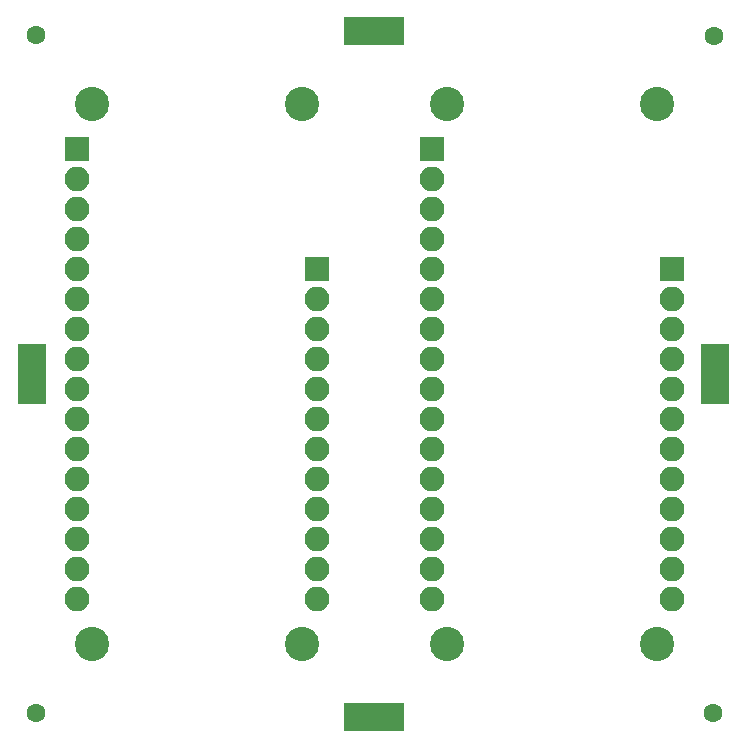
<source format=gbr>
G04 #@! TF.GenerationSoftware,KiCad,Pcbnew,(5.0.0-rc2-dev-111-gc69db6c)*
G04 #@! TF.CreationDate,2018-03-20T00:35:28-07:00*
G04 #@! TF.ProjectId,Feather_Trellis,466561746865725F5472656C6C69732E,rev?*
G04 #@! TF.SameCoordinates,Original*
G04 #@! TF.FileFunction,Soldermask,Top*
G04 #@! TF.FilePolarity,Negative*
%FSLAX46Y46*%
G04 Gerber Fmt 4.6, Leading zero omitted, Abs format (unit mm)*
G04 Created by KiCad (PCBNEW (5.0.0-rc2-dev-111-gc69db6c)) date Tuesday, March 20, 2018 at 12:35:28 AM*
%MOMM*%
%LPD*%
G01*
G04 APERTURE LIST*
%ADD10C,1.600000*%
%ADD11R,2.400000X5.100000*%
%ADD12R,5.100000X2.400000*%
%ADD13C,2.900000*%
%ADD14R,2.100000X2.100000*%
%ADD15O,2.100000X2.100000*%
G04 APERTURE END LIST*
D10*
X148700000Y-88700000D03*
X148760000Y-31310000D03*
X91300000Y-88700000D03*
X91300000Y-31300000D03*
D11*
X148840000Y-59950000D03*
D12*
X120000000Y-89000000D03*
D11*
X91000000Y-60000000D03*
D12*
X120000000Y-30950000D03*
D13*
X126110000Y-82860000D03*
X143890000Y-82860000D03*
X96110000Y-37140000D03*
X113890000Y-82860000D03*
X143890000Y-37140000D03*
X113890000Y-37140000D03*
X126110000Y-37140000D03*
X96110000Y-82860000D03*
D14*
X145160000Y-51110000D03*
D15*
X145160000Y-53650000D03*
X145160000Y-56190000D03*
X145160000Y-58730000D03*
X145160000Y-61270000D03*
X145160000Y-63810000D03*
X145160000Y-66350000D03*
X145160000Y-68890000D03*
X145160000Y-71430000D03*
X145160000Y-73970000D03*
X145160000Y-76510000D03*
X145160000Y-79050000D03*
X115160000Y-79050000D03*
X115160000Y-76510000D03*
X115160000Y-73970000D03*
X115160000Y-71430000D03*
X115160000Y-68890000D03*
X115160000Y-66350000D03*
X115160000Y-63810000D03*
X115160000Y-61270000D03*
X115160000Y-58730000D03*
X115160000Y-56190000D03*
X115160000Y-53650000D03*
D14*
X115160000Y-51110000D03*
X124840000Y-40950000D03*
D15*
X124840000Y-43490000D03*
X124840000Y-46030000D03*
X124840000Y-48570000D03*
X124840000Y-51110000D03*
X124840000Y-53650000D03*
X124840000Y-56190000D03*
X124840000Y-58730000D03*
X124840000Y-61270000D03*
X124840000Y-63810000D03*
X124840000Y-66350000D03*
X124840000Y-68890000D03*
X124840000Y-71430000D03*
X124840000Y-73970000D03*
X124840000Y-76510000D03*
X124840000Y-79050000D03*
X94840000Y-79050000D03*
X94840000Y-76510000D03*
X94840000Y-73970000D03*
X94840000Y-71430000D03*
X94840000Y-68890000D03*
X94840000Y-66350000D03*
X94840000Y-63810000D03*
X94840000Y-61270000D03*
X94840000Y-58730000D03*
X94840000Y-56190000D03*
X94840000Y-53650000D03*
X94840000Y-51110000D03*
X94840000Y-48570000D03*
X94840000Y-46030000D03*
X94840000Y-43490000D03*
D14*
X94840000Y-40950000D03*
M02*

</source>
